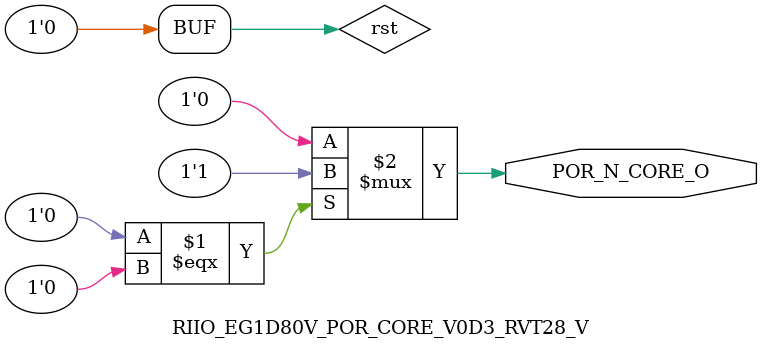
<source format=v>
`timescale 1ns/10ps
`celldefine
module RIIO_EG1D80V_POR_CORE_V0D3_RVT28_V(
	
		  POR_N_CORE_O
	
`ifdef USE_PG_PIN
		, VDDIO
		, VSSIO
		, VDD
		, VSS
		, VDD_POR
		, VSS_POR
`endif// USE_PG_PIN
);

	
	//outputs
output
`ifdef USE_AMS_EXTENSION
`ifdef INCA
    (* integer supplySensitivity = "VDD_POR";
	   integer groundSensitivity = "VSS_POR"; *)
`endif//INCA
`endif//USE_AMS_EXTENSION
  POR_N_CORE_O;



`ifdef USE_PG_PIN
	// supply
inout 
`ifdef USE_AMS_EXTENSION
`ifdef INCA
    (* integer inh_conn_prop_name = "vddio";
       integer inh_conn_def_value = "cds_globals.\\VDDIO! "; *)
`endif//INCA
`endif//USE_AMS_EXTENSION
  VDDIO;
inout 
`ifdef USE_AMS_EXTENSION
`ifdef INCA
    (* integer inh_conn_prop_name = "vssio";
       integer inh_conn_def_value = "cds_globals.\\VSSIO! "; *)
`endif//INCA
`endif//USE_AMS_EXTENSION
  VSSIO;
inout 
`ifdef USE_AMS_EXTENSION
`ifdef INCA
    (* integer inh_conn_prop_name = "vdd";
       integer inh_conn_def_value = "cds_globals.\\VDD! "; *)
`endif//INCA
`endif//USE_AMS_EXTENSION
  VDD;
inout 
`ifdef USE_AMS_EXTENSION
`ifdef INCA
    (* integer inh_conn_prop_name = "vss";
       integer inh_conn_def_value = "cds_globals.\\VSS! "; *)
`endif//INCA
`endif//USE_AMS_EXTENSION
  VSS;

inout 
`ifdef USE_AMS_EXTENSION
`ifdef INCA
    (* integer inh_conn_prop_name = "vdd_por";
       integer inh_conn_def_value = "cds_globals.\\VDD_POR! "; *)
`endif//INCA
`endif//USE_AMS_EXTENSION
  VDD_POR;
inout 
`ifdef USE_AMS_EXTENSION
`ifdef INCA
    (* integer inh_conn_prop_name = "vss_por";
       integer inh_conn_def_value = "cds_globals.\\VSS_POR! "; *)
`endif//INCA
`endif//USE_AMS_EXTENSION
  VSS_POR;
  
`endif// USE_PG_PIN


//////////////////////////////////////////////////////////
//MODEL
//////////////////////////////////////////////////////////

parameter DELAY = 20;

wire rst;
assign #(DELAY) rst = 1'b0;

assign POR_N_CORE_O = (rst===1'b0) ? 1'b1 : 1'b0;

endmodule
`endcelldefine

</source>
